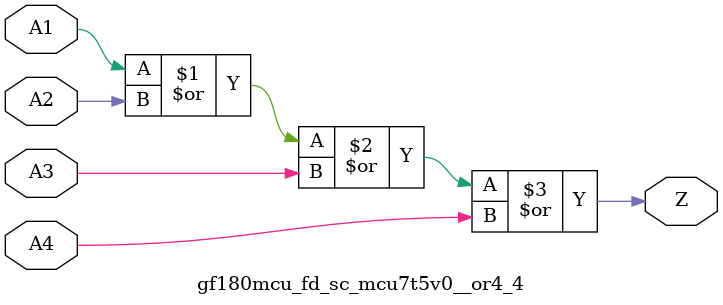
<source format=v>

module gf180mcu_fd_sc_mcu7t5v0__or4_4( A4, A3, A2, A1, Z );
input A1, A2, A3, A4;
output Z;

	or MGM_BG_0( Z, A1, A2, A3, A4 );

endmodule

</source>
